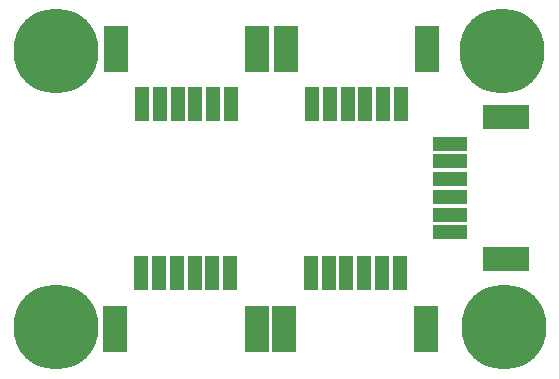
<source format=gts>
G04*
G04 #@! TF.GenerationSoftware,Altium Limited,Altium Designer,19.1.8 (144)*
G04*
G04 Layer_Color=8388736*
%FSLAX44Y44*%
%MOMM*%
G71*
G01*
G75*
%ADD20R,2.0032X4.0032*%
%ADD21R,1.2032X2.9032*%
%ADD22R,4.0032X2.0032*%
%ADD23R,2.9032X1.2032*%
%ADD24C,7.2032*%
D20*
X1621500Y2605000D02*
D03*
X1501500D02*
D03*
X1477881D02*
D03*
X1357881D02*
D03*
X1502500Y2842000D02*
D03*
X1622500D02*
D03*
X1358500D02*
D03*
X1478500D02*
D03*
D21*
X1599000Y2652000D02*
D03*
X1584000D02*
D03*
X1569000D02*
D03*
X1554000D02*
D03*
X1539000D02*
D03*
X1524000D02*
D03*
X1455381D02*
D03*
X1440381D02*
D03*
X1425381D02*
D03*
X1410381D02*
D03*
X1395381D02*
D03*
X1380381D02*
D03*
X1525000Y2795000D02*
D03*
X1540000D02*
D03*
X1555000D02*
D03*
X1570000D02*
D03*
X1585000D02*
D03*
X1600000D02*
D03*
X1381000D02*
D03*
X1396000D02*
D03*
X1411000D02*
D03*
X1426000D02*
D03*
X1441000D02*
D03*
X1456000D02*
D03*
D22*
X1689000Y2784000D02*
D03*
Y2664000D02*
D03*
D23*
X1642000Y2761500D02*
D03*
Y2746500D02*
D03*
Y2731500D02*
D03*
Y2716500D02*
D03*
Y2701500D02*
D03*
Y2686500D02*
D03*
D24*
X1687000Y2606000D02*
D03*
X1686000Y2840000D02*
D03*
X1308000Y2606000D02*
D03*
Y2840000D02*
D03*
M02*

</source>
